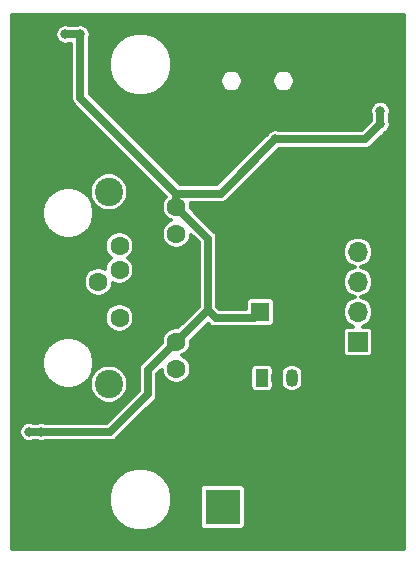
<source format=gbl>
G04 #@! TF.GenerationSoftware,KiCad,Pcbnew,5.0.1+dfsg1-2*
G04 #@! TF.CreationDate,2018-12-02T21:23:52+01:00*
G04 #@! TF.ProjectId,rj45-sk6812-adapter,726A34352D736B363831322D61646170,rev?*
G04 #@! TF.SameCoordinates,Original*
G04 #@! TF.FileFunction,Copper,L2,Bot,Signal*
G04 #@! TF.FilePolarity,Positive*
%FSLAX46Y46*%
G04 Gerber Fmt 4.6, Leading zero omitted, Abs format (unit mm)*
G04 Created by KiCad (PCBNEW 5.0.1+dfsg1-2) date So 02 Dez 2018 21:23:52 CET*
%MOMM*%
%LPD*%
G01*
G04 APERTURE LIST*
G04 #@! TA.AperFunction,ComponentPad*
%ADD10R,1.600000X1.600000*%
G04 #@! TD*
G04 #@! TA.AperFunction,ComponentPad*
%ADD11C,1.600000*%
G04 #@! TD*
G04 #@! TA.AperFunction,ComponentPad*
%ADD12R,1.700000X1.700000*%
G04 #@! TD*
G04 #@! TA.AperFunction,ComponentPad*
%ADD13O,1.700000X1.700000*%
G04 #@! TD*
G04 #@! TA.AperFunction,ComponentPad*
%ADD14C,2.400000*%
G04 #@! TD*
G04 #@! TA.AperFunction,ComponentPad*
%ADD15R,3.000000X3.000000*%
G04 #@! TD*
G04 #@! TA.AperFunction,ComponentPad*
%ADD16C,3.000000*%
G04 #@! TD*
G04 #@! TA.AperFunction,ComponentPad*
%ADD17O,1.050000X1.500000*%
G04 #@! TD*
G04 #@! TA.AperFunction,ComponentPad*
%ADD18R,1.050000X1.500000*%
G04 #@! TD*
G04 #@! TA.AperFunction,ViaPad*
%ADD19C,0.800000*%
G04 #@! TD*
G04 #@! TA.AperFunction,Conductor*
%ADD20C,0.700000*%
G04 #@! TD*
G04 #@! TA.AperFunction,Conductor*
%ADD21C,0.300000*%
G04 #@! TD*
G04 APERTURE END LIST*
D10*
G04 #@! TO.P,C4,1*
G04 #@! TO.N,+5V*
X148590000Y-82550000D03*
D11*
G04 #@! TO.P,C4,2*
G04 #@! TO.N,GND*
X148590000Y-78750000D03*
G04 #@! TD*
D12*
G04 #@! TO.P,J2,1*
G04 #@! TO.N,/DATA1*
X156845000Y-85090000D03*
D13*
G04 #@! TO.P,J2,2*
G04 #@! TO.N,/DATA2*
X156845000Y-82550000D03*
G04 #@! TO.P,J2,3*
G04 #@! TO.N,/DATA3*
X156845000Y-80010000D03*
G04 #@! TO.P,J2,4*
G04 #@! TO.N,/DATA4*
X156845000Y-77470000D03*
G04 #@! TO.P,J2,5*
G04 #@! TO.N,GND*
X156845000Y-74930000D03*
G04 #@! TD*
D11*
G04 #@! TO.P,J1,12*
G04 #@! TO.N,+5V*
X141474000Y-73658000D03*
G04 #@! TO.P,J1,11*
G04 #@! TO.N,Net-(J1-Pad11)*
X141474000Y-75948000D03*
G04 #@! TO.P,J1,10*
G04 #@! TO.N,+5V*
X141474000Y-85088000D03*
G04 #@! TO.P,J1,9*
G04 #@! TO.N,Net-(J1-Pad9)*
X141474000Y-87378000D03*
G04 #@! TO.P,J1,8*
G04 #@! TO.N,/DATA3*
X136654000Y-76958000D03*
G04 #@! TO.P,J1,7*
G04 #@! TO.N,GND*
X134874000Y-77973000D03*
G04 #@! TO.P,J1,6*
G04 #@! TO.N,/DATA2*
X136654000Y-78988000D03*
G04 #@! TO.P,J1,5*
G04 #@! TO.N,/DATA4*
X134874000Y-80003000D03*
G04 #@! TO.P,J1,4*
G04 #@! TO.N,GND*
X136654000Y-81018000D03*
G04 #@! TO.P,J1,3*
X134874000Y-82033000D03*
G04 #@! TO.P,J1,2*
G04 #@! TO.N,/DATA1*
X136654000Y-83048000D03*
G04 #@! TO.P,J1,1*
G04 #@! TO.N,GND*
X134874000Y-84063000D03*
D14*
G04 #@! TO.P,J1,SH2*
G04 #@! TO.N,Net-(J1-PadSH2)*
X135764000Y-72388000D03*
G04 #@! TO.P,J1,SH1*
G04 #@! TO.N,Net-(J1-PadSH1)*
X135764000Y-88648000D03*
G04 #@! TD*
D15*
G04 #@! TO.P,J8,1*
G04 #@! TO.N,Net-(D1-Pad2)*
X145415000Y-99060000D03*
D16*
G04 #@! TO.P,J8,2*
G04 #@! TO.N,GND*
X150495000Y-99060000D03*
G04 #@! TD*
D17*
G04 #@! TO.P,U1,2*
G04 #@! TO.N,GND*
X149987000Y-88138000D03*
G04 #@! TO.P,U1,3*
G04 #@! TO.N,VDC*
X151257000Y-88138000D03*
D18*
G04 #@! TO.P,U1,1*
G04 #@! TO.N,+5V*
X148717000Y-88138000D03*
G04 #@! TD*
D19*
G04 #@! TO.N,GND*
X155702000Y-97155000D03*
X157607000Y-94488000D03*
X155956000Y-89916000D03*
X159131000Y-83820000D03*
X158750000Y-80264000D03*
X157607000Y-69469000D03*
X155067000Y-66675000D03*
X152781000Y-62865000D03*
X143764000Y-62738000D03*
X154432000Y-83058000D03*
X154432000Y-84836000D03*
X138684000Y-76708000D03*
X138430000Y-82296000D03*
X133096000Y-80010000D03*
X143764000Y-89662000D03*
X130810000Y-65532000D03*
X138430000Y-67818000D03*
X146050000Y-69850000D03*
X131064000Y-99568000D03*
X129794000Y-91186000D03*
X132080000Y-91186000D03*
X144018000Y-85852000D03*
X138176000Y-85090000D03*
X157226000Y-60198000D03*
X150368000Y-82042000D03*
X138684000Y-73914000D03*
X143002000Y-76708000D03*
X146812000Y-82042000D03*
X140208000Y-80518000D03*
X154432000Y-80518000D03*
X154432000Y-78522990D03*
X140873458Y-78652777D03*
G04 #@! TO.N,+5V*
X149860000Y-67945000D03*
X158750000Y-66675000D03*
X133350000Y-59055000D03*
X129032004Y-92710000D03*
X158750000Y-65532000D03*
X130048000Y-92710000D03*
X132080000Y-59055000D03*
G04 #@! TD*
D20*
G04 #@! TO.N,+5V*
X141474000Y-73658000D02*
X144145000Y-76329000D01*
X144145000Y-82417000D02*
X141474000Y-85088000D01*
X144145000Y-76329000D02*
X144145000Y-82417000D01*
X133350000Y-59620685D02*
X133350000Y-59055000D01*
X133350000Y-64402630D02*
X133350000Y-59620685D01*
X141474000Y-72526630D02*
X133350000Y-64402630D01*
X141474000Y-73658000D02*
X141474000Y-72526630D01*
X145278370Y-72526630D02*
X149860000Y-67945000D01*
X141474000Y-72526630D02*
X145278370Y-72526630D01*
X157480000Y-67945000D02*
X158750000Y-66675000D01*
X149860000Y-67945000D02*
X157480000Y-67945000D01*
X135890000Y-92710000D02*
X129597689Y-92710000D01*
X129597689Y-92710000D02*
X129032004Y-92710000D01*
X139065000Y-89535000D02*
X135890000Y-92710000D01*
X139065000Y-87497000D02*
X139065000Y-89535000D01*
X141474000Y-85088000D02*
X139065000Y-87497000D01*
X158750000Y-66675000D02*
X158750000Y-65532000D01*
X133350000Y-59055000D02*
X132080000Y-59055000D01*
X148082000Y-83058000D02*
X148590000Y-82550000D01*
X144145000Y-82417000D02*
X144786000Y-83058000D01*
X144786000Y-83058000D02*
X148082000Y-83058000D01*
G04 #@! TD*
D21*
G04 #@! TO.N,GND*
G36*
X160765000Y-102599000D02*
X127525000Y-102599000D01*
X127525000Y-98159073D01*
X135730000Y-98159073D01*
X135730000Y-98690927D01*
X135833760Y-99212561D01*
X136037291Y-99703930D01*
X136332773Y-100146150D01*
X136708850Y-100522227D01*
X137151070Y-100817709D01*
X137642439Y-101021240D01*
X138164073Y-101125000D01*
X138695927Y-101125000D01*
X139217561Y-101021240D01*
X139708930Y-100817709D01*
X140151150Y-100522227D01*
X140527227Y-100146150D01*
X140822709Y-99703930D01*
X141026240Y-99212561D01*
X141130000Y-98690927D01*
X141130000Y-98159073D01*
X141026240Y-97637439D01*
X140994164Y-97560000D01*
X143462823Y-97560000D01*
X143462823Y-100560000D01*
X143471511Y-100648215D01*
X143497243Y-100733041D01*
X143539029Y-100811216D01*
X143595263Y-100879737D01*
X143663784Y-100935971D01*
X143741959Y-100977757D01*
X143826785Y-101003489D01*
X143915000Y-101012177D01*
X146915000Y-101012177D01*
X147003215Y-101003489D01*
X147088041Y-100977757D01*
X147166216Y-100935971D01*
X147234737Y-100879737D01*
X147290971Y-100811216D01*
X147332757Y-100733041D01*
X147358489Y-100648215D01*
X147367177Y-100560000D01*
X147367177Y-97560000D01*
X147358489Y-97471785D01*
X147332757Y-97386959D01*
X147290971Y-97308784D01*
X147234737Y-97240263D01*
X147166216Y-97184029D01*
X147088041Y-97142243D01*
X147003215Y-97116511D01*
X146915000Y-97107823D01*
X143915000Y-97107823D01*
X143826785Y-97116511D01*
X143741959Y-97142243D01*
X143663784Y-97184029D01*
X143595263Y-97240263D01*
X143539029Y-97308784D01*
X143497243Y-97386959D01*
X143471511Y-97471785D01*
X143462823Y-97560000D01*
X140994164Y-97560000D01*
X140822709Y-97146070D01*
X140527227Y-96703850D01*
X140151150Y-96327773D01*
X139708930Y-96032291D01*
X139217561Y-95828760D01*
X138695927Y-95725000D01*
X138164073Y-95725000D01*
X137642439Y-95828760D01*
X137151070Y-96032291D01*
X136708850Y-96327773D01*
X136332773Y-96703850D01*
X136037291Y-97146070D01*
X135833760Y-97637439D01*
X135730000Y-98159073D01*
X127525000Y-98159073D01*
X127525000Y-92626282D01*
X128182004Y-92626282D01*
X128182004Y-92793718D01*
X128214669Y-92957936D01*
X128278744Y-93112626D01*
X128371766Y-93251844D01*
X128490160Y-93370238D01*
X128629378Y-93463260D01*
X128784068Y-93527335D01*
X128948286Y-93560000D01*
X129115722Y-93560000D01*
X129279940Y-93527335D01*
X129321790Y-93510000D01*
X129758214Y-93510000D01*
X129800064Y-93527335D01*
X129964282Y-93560000D01*
X130131718Y-93560000D01*
X130295936Y-93527335D01*
X130337786Y-93510000D01*
X135850709Y-93510000D01*
X135890000Y-93513870D01*
X135929291Y-93510000D01*
X135929293Y-93510000D01*
X136046827Y-93498424D01*
X136197628Y-93452679D01*
X136336606Y-93378393D01*
X136458422Y-93278422D01*
X136483473Y-93247897D01*
X139602902Y-90128469D01*
X139633422Y-90103422D01*
X139658469Y-90072902D01*
X139733393Y-89981607D01*
X139807679Y-89842628D01*
X139851001Y-89699814D01*
X139853424Y-89691827D01*
X139865000Y-89574293D01*
X139865000Y-89574292D01*
X139868870Y-89535001D01*
X139865000Y-89495710D01*
X139865000Y-87828370D01*
X140224000Y-87469370D01*
X140224000Y-87501114D01*
X140272037Y-87742611D01*
X140366265Y-87970097D01*
X140503062Y-88174828D01*
X140677172Y-88348938D01*
X140881903Y-88485735D01*
X141109389Y-88579963D01*
X141350886Y-88628000D01*
X141597114Y-88628000D01*
X141838611Y-88579963D01*
X142066097Y-88485735D01*
X142270828Y-88348938D01*
X142444938Y-88174828D01*
X142581735Y-87970097D01*
X142675963Y-87742611D01*
X142724000Y-87501114D01*
X142724000Y-87388000D01*
X147739823Y-87388000D01*
X147739823Y-88888000D01*
X147748511Y-88976215D01*
X147774243Y-89061041D01*
X147816029Y-89139216D01*
X147872263Y-89207737D01*
X147940784Y-89263971D01*
X148018959Y-89305757D01*
X148103785Y-89331489D01*
X148192000Y-89340177D01*
X149242000Y-89340177D01*
X149330215Y-89331489D01*
X149415041Y-89305757D01*
X149493216Y-89263971D01*
X149561737Y-89207737D01*
X149617971Y-89139216D01*
X149659757Y-89061041D01*
X149685489Y-88976215D01*
X149694177Y-88888000D01*
X149694177Y-87865109D01*
X150282000Y-87865109D01*
X150282000Y-88410892D01*
X150296108Y-88554133D01*
X150351860Y-88737921D01*
X150442396Y-88907302D01*
X150564236Y-89055765D01*
X150712699Y-89177605D01*
X150882080Y-89268140D01*
X151065868Y-89323892D01*
X151257000Y-89342717D01*
X151448133Y-89323892D01*
X151631921Y-89268140D01*
X151801302Y-89177605D01*
X151949765Y-89055765D01*
X152071605Y-88907302D01*
X152162140Y-88737921D01*
X152217892Y-88554132D01*
X152232000Y-88410891D01*
X152232000Y-87865108D01*
X152217892Y-87721867D01*
X152162140Y-87538079D01*
X152071605Y-87368698D01*
X151949765Y-87220235D01*
X151801302Y-87098395D01*
X151631920Y-87007860D01*
X151448132Y-86952108D01*
X151257000Y-86933283D01*
X151065867Y-86952108D01*
X150882079Y-87007860D01*
X150712698Y-87098395D01*
X150564235Y-87220235D01*
X150442395Y-87368698D01*
X150351860Y-87538080D01*
X150296108Y-87721868D01*
X150282000Y-87865109D01*
X149694177Y-87865109D01*
X149694177Y-87388000D01*
X149685489Y-87299785D01*
X149659757Y-87214959D01*
X149617971Y-87136784D01*
X149561737Y-87068263D01*
X149493216Y-87012029D01*
X149415041Y-86970243D01*
X149330215Y-86944511D01*
X149242000Y-86935823D01*
X148192000Y-86935823D01*
X148103785Y-86944511D01*
X148018959Y-86970243D01*
X147940784Y-87012029D01*
X147872263Y-87068263D01*
X147816029Y-87136784D01*
X147774243Y-87214959D01*
X147748511Y-87299785D01*
X147739823Y-87388000D01*
X142724000Y-87388000D01*
X142724000Y-87254886D01*
X142675963Y-87013389D01*
X142581735Y-86785903D01*
X142444938Y-86581172D01*
X142270828Y-86407062D01*
X142066097Y-86270265D01*
X141976132Y-86233000D01*
X142066097Y-86195735D01*
X142270828Y-86058938D01*
X142444938Y-85884828D01*
X142581735Y-85680097D01*
X142675963Y-85452611D01*
X142724000Y-85211114D01*
X142724000Y-84969370D01*
X144145000Y-83548371D01*
X144192531Y-83595902D01*
X144217578Y-83626422D01*
X144248098Y-83651469D01*
X144339393Y-83726393D01*
X144470574Y-83796511D01*
X144478372Y-83800679D01*
X144629173Y-83846424D01*
X144746707Y-83858000D01*
X144746709Y-83858000D01*
X144786000Y-83861870D01*
X144825291Y-83858000D01*
X148042709Y-83858000D01*
X148082000Y-83861870D01*
X148121291Y-83858000D01*
X148121293Y-83858000D01*
X148238827Y-83846424D01*
X148384690Y-83802177D01*
X149390000Y-83802177D01*
X149478215Y-83793489D01*
X149563041Y-83767757D01*
X149641216Y-83725971D01*
X149709737Y-83669737D01*
X149765971Y-83601216D01*
X149807757Y-83523041D01*
X149833489Y-83438215D01*
X149842177Y-83350000D01*
X149842177Y-81750000D01*
X149833489Y-81661785D01*
X149807757Y-81576959D01*
X149765971Y-81498784D01*
X149709737Y-81430263D01*
X149641216Y-81374029D01*
X149563041Y-81332243D01*
X149478215Y-81306511D01*
X149390000Y-81297823D01*
X147790000Y-81297823D01*
X147701785Y-81306511D01*
X147616959Y-81332243D01*
X147538784Y-81374029D01*
X147470263Y-81430263D01*
X147414029Y-81498784D01*
X147372243Y-81576959D01*
X147346511Y-81661785D01*
X147337823Y-81750000D01*
X147337823Y-82258000D01*
X145117371Y-82258000D01*
X144945000Y-82085630D01*
X144945000Y-77470000D01*
X155538710Y-77470000D01*
X155563810Y-77724845D01*
X155638145Y-77969896D01*
X155758860Y-78195736D01*
X155921313Y-78393687D01*
X156119264Y-78556140D01*
X156345104Y-78676855D01*
X156553266Y-78740000D01*
X156345104Y-78803145D01*
X156119264Y-78923860D01*
X155921313Y-79086313D01*
X155758860Y-79284264D01*
X155638145Y-79510104D01*
X155563810Y-79755155D01*
X155538710Y-80010000D01*
X155563810Y-80264845D01*
X155638145Y-80509896D01*
X155758860Y-80735736D01*
X155921313Y-80933687D01*
X156119264Y-81096140D01*
X156345104Y-81216855D01*
X156553266Y-81280000D01*
X156345104Y-81343145D01*
X156119264Y-81463860D01*
X155921313Y-81626313D01*
X155758860Y-81824264D01*
X155638145Y-82050104D01*
X155563810Y-82295155D01*
X155538710Y-82550000D01*
X155563810Y-82804845D01*
X155638145Y-83049896D01*
X155758860Y-83275736D01*
X155921313Y-83473687D01*
X156119264Y-83636140D01*
X156345104Y-83756855D01*
X156447192Y-83787823D01*
X155995000Y-83787823D01*
X155906785Y-83796511D01*
X155821959Y-83822243D01*
X155743784Y-83864029D01*
X155675263Y-83920263D01*
X155619029Y-83988784D01*
X155577243Y-84066959D01*
X155551511Y-84151785D01*
X155542823Y-84240000D01*
X155542823Y-85940000D01*
X155551511Y-86028215D01*
X155577243Y-86113041D01*
X155619029Y-86191216D01*
X155675263Y-86259737D01*
X155743784Y-86315971D01*
X155821959Y-86357757D01*
X155906785Y-86383489D01*
X155995000Y-86392177D01*
X157695000Y-86392177D01*
X157783215Y-86383489D01*
X157868041Y-86357757D01*
X157946216Y-86315971D01*
X158014737Y-86259737D01*
X158070971Y-86191216D01*
X158112757Y-86113041D01*
X158138489Y-86028215D01*
X158147177Y-85940000D01*
X158147177Y-84240000D01*
X158138489Y-84151785D01*
X158112757Y-84066959D01*
X158070971Y-83988784D01*
X158014737Y-83920263D01*
X157946216Y-83864029D01*
X157868041Y-83822243D01*
X157783215Y-83796511D01*
X157695000Y-83787823D01*
X157242808Y-83787823D01*
X157344896Y-83756855D01*
X157570736Y-83636140D01*
X157768687Y-83473687D01*
X157931140Y-83275736D01*
X158051855Y-83049896D01*
X158126190Y-82804845D01*
X158151290Y-82550000D01*
X158126190Y-82295155D01*
X158051855Y-82050104D01*
X157931140Y-81824264D01*
X157768687Y-81626313D01*
X157570736Y-81463860D01*
X157344896Y-81343145D01*
X157136734Y-81280000D01*
X157344896Y-81216855D01*
X157570736Y-81096140D01*
X157768687Y-80933687D01*
X157931140Y-80735736D01*
X158051855Y-80509896D01*
X158126190Y-80264845D01*
X158151290Y-80010000D01*
X158126190Y-79755155D01*
X158051855Y-79510104D01*
X157931140Y-79284264D01*
X157768687Y-79086313D01*
X157570736Y-78923860D01*
X157344896Y-78803145D01*
X157136734Y-78740000D01*
X157344896Y-78676855D01*
X157570736Y-78556140D01*
X157768687Y-78393687D01*
X157931140Y-78195736D01*
X158051855Y-77969896D01*
X158126190Y-77724845D01*
X158151290Y-77470000D01*
X158126190Y-77215155D01*
X158051855Y-76970104D01*
X157931140Y-76744264D01*
X157768687Y-76546313D01*
X157570736Y-76383860D01*
X157344896Y-76263145D01*
X157099845Y-76188810D01*
X156908864Y-76170000D01*
X156781136Y-76170000D01*
X156590155Y-76188810D01*
X156345104Y-76263145D01*
X156119264Y-76383860D01*
X155921313Y-76546313D01*
X155758860Y-76744264D01*
X155638145Y-76970104D01*
X155563810Y-77215155D01*
X155538710Y-77470000D01*
X144945000Y-77470000D01*
X144945000Y-76368282D01*
X144948869Y-76328999D01*
X144945000Y-76289716D01*
X144945000Y-76289707D01*
X144933424Y-76172173D01*
X144887679Y-76021372D01*
X144813394Y-75882395D01*
X144813393Y-75882393D01*
X144738469Y-75791098D01*
X144713422Y-75760578D01*
X144682904Y-75735533D01*
X142724000Y-73776630D01*
X142724000Y-73534886D01*
X142682575Y-73326630D01*
X145239079Y-73326630D01*
X145278370Y-73330500D01*
X145317661Y-73326630D01*
X145317663Y-73326630D01*
X145435197Y-73315054D01*
X145585998Y-73269309D01*
X145724976Y-73195023D01*
X145846792Y-73095052D01*
X145871843Y-73064527D01*
X150191371Y-68745000D01*
X157440709Y-68745000D01*
X157480000Y-68748870D01*
X157519291Y-68745000D01*
X157519293Y-68745000D01*
X157636827Y-68733424D01*
X157787628Y-68687679D01*
X157926606Y-68613393D01*
X158048422Y-68513422D01*
X158073473Y-68482897D01*
X159110776Y-67445595D01*
X159152626Y-67428260D01*
X159291844Y-67335238D01*
X159410238Y-67216844D01*
X159503260Y-67077626D01*
X159567335Y-66922936D01*
X159600000Y-66758718D01*
X159600000Y-66591282D01*
X159567335Y-66427064D01*
X159550000Y-66385214D01*
X159550000Y-65821786D01*
X159567335Y-65779936D01*
X159600000Y-65615718D01*
X159600000Y-65448282D01*
X159567335Y-65284064D01*
X159503260Y-65129374D01*
X159410238Y-64990156D01*
X159291844Y-64871762D01*
X159152626Y-64778740D01*
X158997936Y-64714665D01*
X158833718Y-64682000D01*
X158666282Y-64682000D01*
X158502064Y-64714665D01*
X158347374Y-64778740D01*
X158208156Y-64871762D01*
X158089762Y-64990156D01*
X157996740Y-65129374D01*
X157932665Y-65284064D01*
X157900000Y-65448282D01*
X157900000Y-65615718D01*
X157932665Y-65779936D01*
X157950001Y-65821788D01*
X157950000Y-66343629D01*
X157148630Y-67145000D01*
X150149786Y-67145000D01*
X150107936Y-67127665D01*
X149943718Y-67095000D01*
X149776282Y-67095000D01*
X149612064Y-67127665D01*
X149457374Y-67191740D01*
X149318156Y-67284762D01*
X149199762Y-67403156D01*
X149106740Y-67542374D01*
X149089405Y-67584224D01*
X144947000Y-71726630D01*
X141805371Y-71726630D01*
X134150000Y-64071260D01*
X134150000Y-61329073D01*
X135730000Y-61329073D01*
X135730000Y-61860927D01*
X135833760Y-62382561D01*
X136037291Y-62873930D01*
X136332773Y-63316150D01*
X136708850Y-63692227D01*
X137151070Y-63987709D01*
X137642439Y-64191240D01*
X138164073Y-64295000D01*
X138695927Y-64295000D01*
X139217561Y-64191240D01*
X139708930Y-63987709D01*
X140151150Y-63692227D01*
X140527227Y-63316150D01*
X140806336Y-62898433D01*
X145186000Y-62898433D01*
X145186000Y-63085567D01*
X145222508Y-63269105D01*
X145294121Y-63441994D01*
X145398087Y-63597590D01*
X145530410Y-63729913D01*
X145686006Y-63833879D01*
X145858895Y-63905492D01*
X146042433Y-63942000D01*
X146229567Y-63942000D01*
X146413105Y-63905492D01*
X146585994Y-63833879D01*
X146741590Y-63729913D01*
X146873913Y-63597590D01*
X146977879Y-63441994D01*
X147049492Y-63269105D01*
X147086000Y-63085567D01*
X147086000Y-62898433D01*
X149586000Y-62898433D01*
X149586000Y-63085567D01*
X149622508Y-63269105D01*
X149694121Y-63441994D01*
X149798087Y-63597590D01*
X149930410Y-63729913D01*
X150086006Y-63833879D01*
X150258895Y-63905492D01*
X150442433Y-63942000D01*
X150629567Y-63942000D01*
X150813105Y-63905492D01*
X150985994Y-63833879D01*
X151141590Y-63729913D01*
X151273913Y-63597590D01*
X151377879Y-63441994D01*
X151449492Y-63269105D01*
X151486000Y-63085567D01*
X151486000Y-62898433D01*
X151449492Y-62714895D01*
X151377879Y-62542006D01*
X151273913Y-62386410D01*
X151141590Y-62254087D01*
X150985994Y-62150121D01*
X150813105Y-62078508D01*
X150629567Y-62042000D01*
X150442433Y-62042000D01*
X150258895Y-62078508D01*
X150086006Y-62150121D01*
X149930410Y-62254087D01*
X149798087Y-62386410D01*
X149694121Y-62542006D01*
X149622508Y-62714895D01*
X149586000Y-62898433D01*
X147086000Y-62898433D01*
X147049492Y-62714895D01*
X146977879Y-62542006D01*
X146873913Y-62386410D01*
X146741590Y-62254087D01*
X146585994Y-62150121D01*
X146413105Y-62078508D01*
X146229567Y-62042000D01*
X146042433Y-62042000D01*
X145858895Y-62078508D01*
X145686006Y-62150121D01*
X145530410Y-62254087D01*
X145398087Y-62386410D01*
X145294121Y-62542006D01*
X145222508Y-62714895D01*
X145186000Y-62898433D01*
X140806336Y-62898433D01*
X140822709Y-62873930D01*
X141026240Y-62382561D01*
X141130000Y-61860927D01*
X141130000Y-61329073D01*
X141026240Y-60807439D01*
X140822709Y-60316070D01*
X140527227Y-59873850D01*
X140151150Y-59497773D01*
X139708930Y-59202291D01*
X139217561Y-58998760D01*
X138695927Y-58895000D01*
X138164073Y-58895000D01*
X137642439Y-58998760D01*
X137151070Y-59202291D01*
X136708850Y-59497773D01*
X136332773Y-59873850D01*
X136037291Y-60316070D01*
X135833760Y-60807439D01*
X135730000Y-61329073D01*
X134150000Y-61329073D01*
X134150000Y-59344786D01*
X134167335Y-59302936D01*
X134200000Y-59138718D01*
X134200000Y-58971282D01*
X134167335Y-58807064D01*
X134103260Y-58652374D01*
X134010238Y-58513156D01*
X133891844Y-58394762D01*
X133752626Y-58301740D01*
X133597936Y-58237665D01*
X133433718Y-58205000D01*
X133266282Y-58205000D01*
X133102064Y-58237665D01*
X133060214Y-58255000D01*
X132369786Y-58255000D01*
X132327936Y-58237665D01*
X132163718Y-58205000D01*
X131996282Y-58205000D01*
X131832064Y-58237665D01*
X131677374Y-58301740D01*
X131538156Y-58394762D01*
X131419762Y-58513156D01*
X131326740Y-58652374D01*
X131262665Y-58807064D01*
X131230000Y-58971282D01*
X131230000Y-59138718D01*
X131262665Y-59302936D01*
X131326740Y-59457626D01*
X131419762Y-59596844D01*
X131538156Y-59715238D01*
X131677374Y-59808260D01*
X131832064Y-59872335D01*
X131996282Y-59905000D01*
X132163718Y-59905000D01*
X132327936Y-59872335D01*
X132369786Y-59855000D01*
X132550001Y-59855000D01*
X132550000Y-64363339D01*
X132546130Y-64402630D01*
X132550000Y-64441921D01*
X132550000Y-64441922D01*
X132561576Y-64559456D01*
X132598749Y-64682000D01*
X132607321Y-64710257D01*
X132681607Y-64849236D01*
X132700094Y-64871762D01*
X132781578Y-64971052D01*
X132812103Y-64996103D01*
X140590117Y-72774117D01*
X140503062Y-72861172D01*
X140366265Y-73065903D01*
X140272037Y-73293389D01*
X140224000Y-73534886D01*
X140224000Y-73781114D01*
X140272037Y-74022611D01*
X140366265Y-74250097D01*
X140503062Y-74454828D01*
X140677172Y-74628938D01*
X140881903Y-74765735D01*
X140971868Y-74803000D01*
X140881903Y-74840265D01*
X140677172Y-74977062D01*
X140503062Y-75151172D01*
X140366265Y-75355903D01*
X140272037Y-75583389D01*
X140224000Y-75824886D01*
X140224000Y-76071114D01*
X140272037Y-76312611D01*
X140366265Y-76540097D01*
X140503062Y-76744828D01*
X140677172Y-76918938D01*
X140881903Y-77055735D01*
X141109389Y-77149963D01*
X141350886Y-77198000D01*
X141597114Y-77198000D01*
X141838611Y-77149963D01*
X142066097Y-77055735D01*
X142270828Y-76918938D01*
X142444938Y-76744828D01*
X142581735Y-76540097D01*
X142675963Y-76312611D01*
X142724000Y-76071114D01*
X142724000Y-76039371D01*
X143345000Y-76660371D01*
X143345001Y-82085628D01*
X141592630Y-83838000D01*
X141350886Y-83838000D01*
X141109389Y-83886037D01*
X140881903Y-83980265D01*
X140677172Y-84117062D01*
X140503062Y-84291172D01*
X140366265Y-84495903D01*
X140272037Y-84723389D01*
X140224000Y-84964886D01*
X140224000Y-85206629D01*
X138527103Y-86903527D01*
X138496578Y-86928578D01*
X138462385Y-86970243D01*
X138396607Y-87050394D01*
X138324237Y-87185789D01*
X138322321Y-87189373D01*
X138276576Y-87340174D01*
X138273767Y-87368698D01*
X138261130Y-87497000D01*
X138265000Y-87536291D01*
X138265001Y-89203628D01*
X135558630Y-91910000D01*
X130337786Y-91910000D01*
X130295936Y-91892665D01*
X130131718Y-91860000D01*
X129964282Y-91860000D01*
X129800064Y-91892665D01*
X129758214Y-91910000D01*
X129321790Y-91910000D01*
X129279940Y-91892665D01*
X129115722Y-91860000D01*
X128948286Y-91860000D01*
X128784068Y-91892665D01*
X128629378Y-91956740D01*
X128490160Y-92049762D01*
X128371766Y-92168156D01*
X128278744Y-92307374D01*
X128214669Y-92462064D01*
X128182004Y-92626282D01*
X127525000Y-92626282D01*
X127525000Y-86651319D01*
X130134000Y-86651319D01*
X130134000Y-87084681D01*
X130218545Y-87509716D01*
X130384385Y-87910091D01*
X130625148Y-88270418D01*
X130931582Y-88576852D01*
X131291909Y-88817615D01*
X131692284Y-88983455D01*
X132117319Y-89068000D01*
X132550681Y-89068000D01*
X132975716Y-88983455D01*
X133376091Y-88817615D01*
X133736418Y-88576852D01*
X133827781Y-88485489D01*
X134114000Y-88485489D01*
X134114000Y-88810511D01*
X134177408Y-89129287D01*
X134301789Y-89429568D01*
X134482361Y-89699814D01*
X134712186Y-89929639D01*
X134982432Y-90110211D01*
X135282713Y-90234592D01*
X135601489Y-90298000D01*
X135926511Y-90298000D01*
X136245287Y-90234592D01*
X136545568Y-90110211D01*
X136815814Y-89929639D01*
X137045639Y-89699814D01*
X137226211Y-89429568D01*
X137350592Y-89129287D01*
X137414000Y-88810511D01*
X137414000Y-88485489D01*
X137350592Y-88166713D01*
X137226211Y-87866432D01*
X137045639Y-87596186D01*
X136815814Y-87366361D01*
X136545568Y-87185789D01*
X136245287Y-87061408D01*
X135926511Y-86998000D01*
X135601489Y-86998000D01*
X135282713Y-87061408D01*
X134982432Y-87185789D01*
X134712186Y-87366361D01*
X134482361Y-87596186D01*
X134301789Y-87866432D01*
X134177408Y-88166713D01*
X134114000Y-88485489D01*
X133827781Y-88485489D01*
X134042852Y-88270418D01*
X134283615Y-87910091D01*
X134449455Y-87509716D01*
X134534000Y-87084681D01*
X134534000Y-86651319D01*
X134449455Y-86226284D01*
X134283615Y-85825909D01*
X134042852Y-85465582D01*
X133736418Y-85159148D01*
X133376091Y-84918385D01*
X132975716Y-84752545D01*
X132550681Y-84668000D01*
X132117319Y-84668000D01*
X131692284Y-84752545D01*
X131291909Y-84918385D01*
X130931582Y-85159148D01*
X130625148Y-85465582D01*
X130384385Y-85825909D01*
X130218545Y-86226284D01*
X130134000Y-86651319D01*
X127525000Y-86651319D01*
X127525000Y-82924886D01*
X135404000Y-82924886D01*
X135404000Y-83171114D01*
X135452037Y-83412611D01*
X135546265Y-83640097D01*
X135683062Y-83844828D01*
X135857172Y-84018938D01*
X136061903Y-84155735D01*
X136289389Y-84249963D01*
X136530886Y-84298000D01*
X136777114Y-84298000D01*
X137018611Y-84249963D01*
X137246097Y-84155735D01*
X137450828Y-84018938D01*
X137624938Y-83844828D01*
X137761735Y-83640097D01*
X137855963Y-83412611D01*
X137904000Y-83171114D01*
X137904000Y-82924886D01*
X137855963Y-82683389D01*
X137761735Y-82455903D01*
X137624938Y-82251172D01*
X137450828Y-82077062D01*
X137246097Y-81940265D01*
X137018611Y-81846037D01*
X136777114Y-81798000D01*
X136530886Y-81798000D01*
X136289389Y-81846037D01*
X136061903Y-81940265D01*
X135857172Y-82077062D01*
X135683062Y-82251172D01*
X135546265Y-82455903D01*
X135452037Y-82683389D01*
X135404000Y-82924886D01*
X127525000Y-82924886D01*
X127525000Y-79879886D01*
X133624000Y-79879886D01*
X133624000Y-80126114D01*
X133672037Y-80367611D01*
X133766265Y-80595097D01*
X133903062Y-80799828D01*
X134077172Y-80973938D01*
X134281903Y-81110735D01*
X134509389Y-81204963D01*
X134750886Y-81253000D01*
X134997114Y-81253000D01*
X135238611Y-81204963D01*
X135466097Y-81110735D01*
X135670828Y-80973938D01*
X135844938Y-80799828D01*
X135981735Y-80595097D01*
X136075963Y-80367611D01*
X136124000Y-80126114D01*
X136124000Y-80121456D01*
X136289389Y-80189963D01*
X136530886Y-80238000D01*
X136777114Y-80238000D01*
X137018611Y-80189963D01*
X137246097Y-80095735D01*
X137450828Y-79958938D01*
X137624938Y-79784828D01*
X137761735Y-79580097D01*
X137855963Y-79352611D01*
X137904000Y-79111114D01*
X137904000Y-78864886D01*
X137855963Y-78623389D01*
X137761735Y-78395903D01*
X137624938Y-78191172D01*
X137450828Y-78017062D01*
X137384885Y-77973000D01*
X137450828Y-77928938D01*
X137624938Y-77754828D01*
X137761735Y-77550097D01*
X137855963Y-77322611D01*
X137904000Y-77081114D01*
X137904000Y-76834886D01*
X137855963Y-76593389D01*
X137761735Y-76365903D01*
X137624938Y-76161172D01*
X137450828Y-75987062D01*
X137246097Y-75850265D01*
X137018611Y-75756037D01*
X136777114Y-75708000D01*
X136530886Y-75708000D01*
X136289389Y-75756037D01*
X136061903Y-75850265D01*
X135857172Y-75987062D01*
X135683062Y-76161172D01*
X135546265Y-76365903D01*
X135452037Y-76593389D01*
X135404000Y-76834886D01*
X135404000Y-77081114D01*
X135452037Y-77322611D01*
X135546265Y-77550097D01*
X135683062Y-77754828D01*
X135857172Y-77928938D01*
X135923115Y-77973000D01*
X135857172Y-78017062D01*
X135683062Y-78191172D01*
X135546265Y-78395903D01*
X135452037Y-78623389D01*
X135404000Y-78864886D01*
X135404000Y-78869544D01*
X135238611Y-78801037D01*
X134997114Y-78753000D01*
X134750886Y-78753000D01*
X134509389Y-78801037D01*
X134281903Y-78895265D01*
X134077172Y-79032062D01*
X133903062Y-79206172D01*
X133766265Y-79410903D01*
X133672037Y-79638389D01*
X133624000Y-79879886D01*
X127525000Y-79879886D01*
X127525000Y-73951319D01*
X130134000Y-73951319D01*
X130134000Y-74384681D01*
X130218545Y-74809716D01*
X130384385Y-75210091D01*
X130625148Y-75570418D01*
X130931582Y-75876852D01*
X131291909Y-76117615D01*
X131692284Y-76283455D01*
X132117319Y-76368000D01*
X132550681Y-76368000D01*
X132975716Y-76283455D01*
X133376091Y-76117615D01*
X133736418Y-75876852D01*
X134042852Y-75570418D01*
X134283615Y-75210091D01*
X134449455Y-74809716D01*
X134534000Y-74384681D01*
X134534000Y-73951319D01*
X134449455Y-73526284D01*
X134283615Y-73125909D01*
X134042852Y-72765582D01*
X133736418Y-72459148D01*
X133386723Y-72225489D01*
X134114000Y-72225489D01*
X134114000Y-72550511D01*
X134177408Y-72869287D01*
X134301789Y-73169568D01*
X134482361Y-73439814D01*
X134712186Y-73669639D01*
X134982432Y-73850211D01*
X135282713Y-73974592D01*
X135601489Y-74038000D01*
X135926511Y-74038000D01*
X136245287Y-73974592D01*
X136545568Y-73850211D01*
X136815814Y-73669639D01*
X137045639Y-73439814D01*
X137226211Y-73169568D01*
X137350592Y-72869287D01*
X137414000Y-72550511D01*
X137414000Y-72225489D01*
X137350592Y-71906713D01*
X137226211Y-71606432D01*
X137045639Y-71336186D01*
X136815814Y-71106361D01*
X136545568Y-70925789D01*
X136245287Y-70801408D01*
X135926511Y-70738000D01*
X135601489Y-70738000D01*
X135282713Y-70801408D01*
X134982432Y-70925789D01*
X134712186Y-71106361D01*
X134482361Y-71336186D01*
X134301789Y-71606432D01*
X134177408Y-71906713D01*
X134114000Y-72225489D01*
X133386723Y-72225489D01*
X133376091Y-72218385D01*
X132975716Y-72052545D01*
X132550681Y-71968000D01*
X132117319Y-71968000D01*
X131692284Y-72052545D01*
X131291909Y-72218385D01*
X130931582Y-72459148D01*
X130625148Y-72765582D01*
X130384385Y-73125909D01*
X130218545Y-73526284D01*
X130134000Y-73951319D01*
X127525000Y-73951319D01*
X127525000Y-57421000D01*
X160765001Y-57421000D01*
X160765000Y-102599000D01*
X160765000Y-102599000D01*
G37*
X160765000Y-102599000D02*
X127525000Y-102599000D01*
X127525000Y-98159073D01*
X135730000Y-98159073D01*
X135730000Y-98690927D01*
X135833760Y-99212561D01*
X136037291Y-99703930D01*
X136332773Y-100146150D01*
X136708850Y-100522227D01*
X137151070Y-100817709D01*
X137642439Y-101021240D01*
X138164073Y-101125000D01*
X138695927Y-101125000D01*
X139217561Y-101021240D01*
X139708930Y-100817709D01*
X140151150Y-100522227D01*
X140527227Y-100146150D01*
X140822709Y-99703930D01*
X141026240Y-99212561D01*
X141130000Y-98690927D01*
X141130000Y-98159073D01*
X141026240Y-97637439D01*
X140994164Y-97560000D01*
X143462823Y-97560000D01*
X143462823Y-100560000D01*
X143471511Y-100648215D01*
X143497243Y-100733041D01*
X143539029Y-100811216D01*
X143595263Y-100879737D01*
X143663784Y-100935971D01*
X143741959Y-100977757D01*
X143826785Y-101003489D01*
X143915000Y-101012177D01*
X146915000Y-101012177D01*
X147003215Y-101003489D01*
X147088041Y-100977757D01*
X147166216Y-100935971D01*
X147234737Y-100879737D01*
X147290971Y-100811216D01*
X147332757Y-100733041D01*
X147358489Y-100648215D01*
X147367177Y-100560000D01*
X147367177Y-97560000D01*
X147358489Y-97471785D01*
X147332757Y-97386959D01*
X147290971Y-97308784D01*
X147234737Y-97240263D01*
X147166216Y-97184029D01*
X147088041Y-97142243D01*
X147003215Y-97116511D01*
X146915000Y-97107823D01*
X143915000Y-97107823D01*
X143826785Y-97116511D01*
X143741959Y-97142243D01*
X143663784Y-97184029D01*
X143595263Y-97240263D01*
X143539029Y-97308784D01*
X143497243Y-97386959D01*
X143471511Y-97471785D01*
X143462823Y-97560000D01*
X140994164Y-97560000D01*
X140822709Y-97146070D01*
X140527227Y-96703850D01*
X140151150Y-96327773D01*
X139708930Y-96032291D01*
X139217561Y-95828760D01*
X138695927Y-95725000D01*
X138164073Y-95725000D01*
X137642439Y-95828760D01*
X137151070Y-96032291D01*
X136708850Y-96327773D01*
X136332773Y-96703850D01*
X136037291Y-97146070D01*
X135833760Y-97637439D01*
X135730000Y-98159073D01*
X127525000Y-98159073D01*
X127525000Y-92626282D01*
X128182004Y-92626282D01*
X128182004Y-92793718D01*
X128214669Y-92957936D01*
X128278744Y-93112626D01*
X128371766Y-93251844D01*
X128490160Y-93370238D01*
X128629378Y-93463260D01*
X128784068Y-93527335D01*
X128948286Y-93560000D01*
X129115722Y-93560000D01*
X129279940Y-93527335D01*
X129321790Y-93510000D01*
X129758214Y-93510000D01*
X129800064Y-93527335D01*
X129964282Y-93560000D01*
X130131718Y-93560000D01*
X130295936Y-93527335D01*
X130337786Y-93510000D01*
X135850709Y-93510000D01*
X135890000Y-93513870D01*
X135929291Y-93510000D01*
X135929293Y-93510000D01*
X136046827Y-93498424D01*
X136197628Y-93452679D01*
X136336606Y-93378393D01*
X136458422Y-93278422D01*
X136483473Y-93247897D01*
X139602902Y-90128469D01*
X139633422Y-90103422D01*
X139658469Y-90072902D01*
X139733393Y-89981607D01*
X139807679Y-89842628D01*
X139851001Y-89699814D01*
X139853424Y-89691827D01*
X139865000Y-89574293D01*
X139865000Y-89574292D01*
X139868870Y-89535001D01*
X139865000Y-89495710D01*
X139865000Y-87828370D01*
X140224000Y-87469370D01*
X140224000Y-87501114D01*
X140272037Y-87742611D01*
X140366265Y-87970097D01*
X140503062Y-88174828D01*
X140677172Y-88348938D01*
X140881903Y-88485735D01*
X141109389Y-88579963D01*
X141350886Y-88628000D01*
X141597114Y-88628000D01*
X141838611Y-88579963D01*
X142066097Y-88485735D01*
X142270828Y-88348938D01*
X142444938Y-88174828D01*
X142581735Y-87970097D01*
X142675963Y-87742611D01*
X142724000Y-87501114D01*
X142724000Y-87388000D01*
X147739823Y-87388000D01*
X147739823Y-88888000D01*
X147748511Y-88976215D01*
X147774243Y-89061041D01*
X147816029Y-89139216D01*
X147872263Y-89207737D01*
X147940784Y-89263971D01*
X148018959Y-89305757D01*
X148103785Y-89331489D01*
X148192000Y-89340177D01*
X149242000Y-89340177D01*
X149330215Y-89331489D01*
X149415041Y-89305757D01*
X149493216Y-89263971D01*
X149561737Y-89207737D01*
X149617971Y-89139216D01*
X149659757Y-89061041D01*
X149685489Y-88976215D01*
X149694177Y-88888000D01*
X149694177Y-87865109D01*
X150282000Y-87865109D01*
X150282000Y-88410892D01*
X150296108Y-88554133D01*
X150351860Y-88737921D01*
X150442396Y-88907302D01*
X150564236Y-89055765D01*
X150712699Y-89177605D01*
X150882080Y-89268140D01*
X151065868Y-89323892D01*
X151257000Y-89342717D01*
X151448133Y-89323892D01*
X151631921Y-89268140D01*
X151801302Y-89177605D01*
X151949765Y-89055765D01*
X152071605Y-88907302D01*
X152162140Y-88737921D01*
X152217892Y-88554132D01*
X152232000Y-88410891D01*
X152232000Y-87865108D01*
X152217892Y-87721867D01*
X152162140Y-87538079D01*
X152071605Y-87368698D01*
X151949765Y-87220235D01*
X151801302Y-87098395D01*
X151631920Y-87007860D01*
X151448132Y-86952108D01*
X151257000Y-86933283D01*
X151065867Y-86952108D01*
X150882079Y-87007860D01*
X150712698Y-87098395D01*
X150564235Y-87220235D01*
X150442395Y-87368698D01*
X150351860Y-87538080D01*
X150296108Y-87721868D01*
X150282000Y-87865109D01*
X149694177Y-87865109D01*
X149694177Y-87388000D01*
X149685489Y-87299785D01*
X149659757Y-87214959D01*
X149617971Y-87136784D01*
X149561737Y-87068263D01*
X149493216Y-87012029D01*
X149415041Y-86970243D01*
X149330215Y-86944511D01*
X149242000Y-86935823D01*
X148192000Y-86935823D01*
X148103785Y-86944511D01*
X148018959Y-86970243D01*
X147940784Y-87012029D01*
X147872263Y-87068263D01*
X147816029Y-87136784D01*
X147774243Y-87214959D01*
X147748511Y-87299785D01*
X147739823Y-87388000D01*
X142724000Y-87388000D01*
X142724000Y-87254886D01*
X142675963Y-87013389D01*
X142581735Y-86785903D01*
X142444938Y-86581172D01*
X142270828Y-86407062D01*
X142066097Y-86270265D01*
X141976132Y-86233000D01*
X142066097Y-86195735D01*
X142270828Y-86058938D01*
X142444938Y-85884828D01*
X142581735Y-85680097D01*
X142675963Y-85452611D01*
X142724000Y-85211114D01*
X142724000Y-84969370D01*
X144145000Y-83548371D01*
X144192531Y-83595902D01*
X144217578Y-83626422D01*
X144248098Y-83651469D01*
X144339393Y-83726393D01*
X144470574Y-83796511D01*
X144478372Y-83800679D01*
X144629173Y-83846424D01*
X144746707Y-83858000D01*
X144746709Y-83858000D01*
X144786000Y-83861870D01*
X144825291Y-83858000D01*
X148042709Y-83858000D01*
X148082000Y-83861870D01*
X148121291Y-83858000D01*
X148121293Y-83858000D01*
X148238827Y-83846424D01*
X148384690Y-83802177D01*
X149390000Y-83802177D01*
X149478215Y-83793489D01*
X149563041Y-83767757D01*
X149641216Y-83725971D01*
X149709737Y-83669737D01*
X149765971Y-83601216D01*
X149807757Y-83523041D01*
X149833489Y-83438215D01*
X149842177Y-83350000D01*
X149842177Y-81750000D01*
X149833489Y-81661785D01*
X149807757Y-81576959D01*
X149765971Y-81498784D01*
X149709737Y-81430263D01*
X149641216Y-81374029D01*
X149563041Y-81332243D01*
X149478215Y-81306511D01*
X149390000Y-81297823D01*
X147790000Y-81297823D01*
X147701785Y-81306511D01*
X147616959Y-81332243D01*
X147538784Y-81374029D01*
X147470263Y-81430263D01*
X147414029Y-81498784D01*
X147372243Y-81576959D01*
X147346511Y-81661785D01*
X147337823Y-81750000D01*
X147337823Y-82258000D01*
X145117371Y-82258000D01*
X144945000Y-82085630D01*
X144945000Y-77470000D01*
X155538710Y-77470000D01*
X155563810Y-77724845D01*
X155638145Y-77969896D01*
X155758860Y-78195736D01*
X155921313Y-78393687D01*
X156119264Y-78556140D01*
X156345104Y-78676855D01*
X156553266Y-78740000D01*
X156345104Y-78803145D01*
X156119264Y-78923860D01*
X155921313Y-79086313D01*
X155758860Y-79284264D01*
X155638145Y-79510104D01*
X155563810Y-79755155D01*
X155538710Y-80010000D01*
X155563810Y-80264845D01*
X155638145Y-80509896D01*
X155758860Y-80735736D01*
X155921313Y-80933687D01*
X156119264Y-81096140D01*
X156345104Y-81216855D01*
X156553266Y-81280000D01*
X156345104Y-81343145D01*
X156119264Y-81463860D01*
X155921313Y-81626313D01*
X155758860Y-81824264D01*
X155638145Y-82050104D01*
X155563810Y-82295155D01*
X155538710Y-82550000D01*
X155563810Y-82804845D01*
X155638145Y-83049896D01*
X155758860Y-83275736D01*
X155921313Y-83473687D01*
X156119264Y-83636140D01*
X156345104Y-83756855D01*
X156447192Y-83787823D01*
X155995000Y-83787823D01*
X155906785Y-83796511D01*
X155821959Y-83822243D01*
X155743784Y-83864029D01*
X155675263Y-83920263D01*
X155619029Y-83988784D01*
X155577243Y-84066959D01*
X155551511Y-84151785D01*
X155542823Y-84240000D01*
X155542823Y-85940000D01*
X155551511Y-86028215D01*
X155577243Y-86113041D01*
X155619029Y-86191216D01*
X155675263Y-86259737D01*
X155743784Y-86315971D01*
X155821959Y-86357757D01*
X155906785Y-86383489D01*
X155995000Y-86392177D01*
X157695000Y-86392177D01*
X157783215Y-86383489D01*
X157868041Y-86357757D01*
X157946216Y-86315971D01*
X158014737Y-86259737D01*
X158070971Y-86191216D01*
X158112757Y-86113041D01*
X158138489Y-86028215D01*
X158147177Y-85940000D01*
X158147177Y-84240000D01*
X158138489Y-84151785D01*
X158112757Y-84066959D01*
X158070971Y-83988784D01*
X158014737Y-83920263D01*
X157946216Y-83864029D01*
X157868041Y-83822243D01*
X157783215Y-83796511D01*
X157695000Y-83787823D01*
X157242808Y-83787823D01*
X157344896Y-83756855D01*
X157570736Y-83636140D01*
X157768687Y-83473687D01*
X157931140Y-83275736D01*
X158051855Y-83049896D01*
X158126190Y-82804845D01*
X158151290Y-82550000D01*
X158126190Y-82295155D01*
X158051855Y-82050104D01*
X157931140Y-81824264D01*
X157768687Y-81626313D01*
X157570736Y-81463860D01*
X157344896Y-81343145D01*
X157136734Y-81280000D01*
X157344896Y-81216855D01*
X157570736Y-81096140D01*
X157768687Y-80933687D01*
X157931140Y-80735736D01*
X158051855Y-80509896D01*
X158126190Y-80264845D01*
X158151290Y-80010000D01*
X158126190Y-79755155D01*
X158051855Y-79510104D01*
X157931140Y-79284264D01*
X157768687Y-79086313D01*
X157570736Y-78923860D01*
X157344896Y-78803145D01*
X157136734Y-78740000D01*
X157344896Y-78676855D01*
X157570736Y-78556140D01*
X157768687Y-78393687D01*
X157931140Y-78195736D01*
X158051855Y-77969896D01*
X158126190Y-77724845D01*
X158151290Y-77470000D01*
X158126190Y-77215155D01*
X158051855Y-76970104D01*
X157931140Y-76744264D01*
X157768687Y-76546313D01*
X157570736Y-76383860D01*
X157344896Y-76263145D01*
X157099845Y-76188810D01*
X156908864Y-76170000D01*
X156781136Y-76170000D01*
X156590155Y-76188810D01*
X156345104Y-76263145D01*
X156119264Y-76383860D01*
X155921313Y-76546313D01*
X155758860Y-76744264D01*
X155638145Y-76970104D01*
X155563810Y-77215155D01*
X155538710Y-77470000D01*
X144945000Y-77470000D01*
X144945000Y-76368282D01*
X144948869Y-76328999D01*
X144945000Y-76289716D01*
X144945000Y-76289707D01*
X144933424Y-76172173D01*
X144887679Y-76021372D01*
X144813394Y-75882395D01*
X144813393Y-75882393D01*
X144738469Y-75791098D01*
X144713422Y-75760578D01*
X144682904Y-75735533D01*
X142724000Y-73776630D01*
X142724000Y-73534886D01*
X142682575Y-73326630D01*
X145239079Y-73326630D01*
X145278370Y-73330500D01*
X145317661Y-73326630D01*
X145317663Y-73326630D01*
X145435197Y-73315054D01*
X145585998Y-73269309D01*
X145724976Y-73195023D01*
X145846792Y-73095052D01*
X145871843Y-73064527D01*
X150191371Y-68745000D01*
X157440709Y-68745000D01*
X157480000Y-68748870D01*
X157519291Y-68745000D01*
X157519293Y-68745000D01*
X157636827Y-68733424D01*
X157787628Y-68687679D01*
X157926606Y-68613393D01*
X158048422Y-68513422D01*
X158073473Y-68482897D01*
X159110776Y-67445595D01*
X159152626Y-67428260D01*
X159291844Y-67335238D01*
X159410238Y-67216844D01*
X159503260Y-67077626D01*
X159567335Y-66922936D01*
X159600000Y-66758718D01*
X159600000Y-66591282D01*
X159567335Y-66427064D01*
X159550000Y-66385214D01*
X159550000Y-65821786D01*
X159567335Y-65779936D01*
X159600000Y-65615718D01*
X159600000Y-65448282D01*
X159567335Y-65284064D01*
X159503260Y-65129374D01*
X159410238Y-64990156D01*
X159291844Y-64871762D01*
X159152626Y-64778740D01*
X158997936Y-64714665D01*
X158833718Y-64682000D01*
X158666282Y-64682000D01*
X158502064Y-64714665D01*
X158347374Y-64778740D01*
X158208156Y-64871762D01*
X158089762Y-64990156D01*
X157996740Y-65129374D01*
X157932665Y-65284064D01*
X157900000Y-65448282D01*
X157900000Y-65615718D01*
X157932665Y-65779936D01*
X157950001Y-65821788D01*
X157950000Y-66343629D01*
X157148630Y-67145000D01*
X150149786Y-67145000D01*
X150107936Y-67127665D01*
X149943718Y-67095000D01*
X149776282Y-67095000D01*
X149612064Y-67127665D01*
X149457374Y-67191740D01*
X149318156Y-67284762D01*
X149199762Y-67403156D01*
X149106740Y-67542374D01*
X149089405Y-67584224D01*
X144947000Y-71726630D01*
X141805371Y-71726630D01*
X134150000Y-64071260D01*
X134150000Y-61329073D01*
X135730000Y-61329073D01*
X135730000Y-61860927D01*
X135833760Y-62382561D01*
X136037291Y-62873930D01*
X136332773Y-63316150D01*
X136708850Y-63692227D01*
X137151070Y-63987709D01*
X137642439Y-64191240D01*
X138164073Y-64295000D01*
X138695927Y-64295000D01*
X139217561Y-64191240D01*
X139708930Y-63987709D01*
X140151150Y-63692227D01*
X140527227Y-63316150D01*
X140806336Y-62898433D01*
X145186000Y-62898433D01*
X145186000Y-63085567D01*
X145222508Y-63269105D01*
X145294121Y-63441994D01*
X145398087Y-63597590D01*
X145530410Y-63729913D01*
X145686006Y-63833879D01*
X145858895Y-63905492D01*
X146042433Y-63942000D01*
X146229567Y-63942000D01*
X146413105Y-63905492D01*
X146585994Y-63833879D01*
X146741590Y-63729913D01*
X146873913Y-63597590D01*
X146977879Y-63441994D01*
X147049492Y-63269105D01*
X147086000Y-63085567D01*
X147086000Y-62898433D01*
X149586000Y-62898433D01*
X149586000Y-63085567D01*
X149622508Y-63269105D01*
X149694121Y-63441994D01*
X149798087Y-63597590D01*
X149930410Y-63729913D01*
X150086006Y-63833879D01*
X150258895Y-63905492D01*
X150442433Y-63942000D01*
X150629567Y-63942000D01*
X150813105Y-63905492D01*
X150985994Y-63833879D01*
X151141590Y-63729913D01*
X151273913Y-63597590D01*
X151377879Y-63441994D01*
X151449492Y-63269105D01*
X151486000Y-63085567D01*
X151486000Y-62898433D01*
X151449492Y-62714895D01*
X151377879Y-62542006D01*
X151273913Y-62386410D01*
X151141590Y-62254087D01*
X150985994Y-62150121D01*
X150813105Y-62078508D01*
X150629567Y-62042000D01*
X150442433Y-62042000D01*
X150258895Y-62078508D01*
X150086006Y-62150121D01*
X149930410Y-62254087D01*
X149798087Y-62386410D01*
X149694121Y-62542006D01*
X149622508Y-62714895D01*
X149586000Y-62898433D01*
X147086000Y-62898433D01*
X147049492Y-62714895D01*
X146977879Y-62542006D01*
X146873913Y-62386410D01*
X146741590Y-62254087D01*
X146585994Y-62150121D01*
X146413105Y-62078508D01*
X146229567Y-62042000D01*
X146042433Y-62042000D01*
X145858895Y-62078508D01*
X145686006Y-62150121D01*
X145530410Y-62254087D01*
X145398087Y-62386410D01*
X145294121Y-62542006D01*
X145222508Y-62714895D01*
X145186000Y-62898433D01*
X140806336Y-62898433D01*
X140822709Y-62873930D01*
X141026240Y-62382561D01*
X141130000Y-61860927D01*
X141130000Y-61329073D01*
X141026240Y-60807439D01*
X140822709Y-60316070D01*
X140527227Y-59873850D01*
X140151150Y-59497773D01*
X139708930Y-59202291D01*
X139217561Y-58998760D01*
X138695927Y-58895000D01*
X138164073Y-58895000D01*
X137642439Y-58998760D01*
X137151070Y-59202291D01*
X136708850Y-59497773D01*
X136332773Y-59873850D01*
X136037291Y-60316070D01*
X135833760Y-60807439D01*
X135730000Y-61329073D01*
X134150000Y-61329073D01*
X134150000Y-59344786D01*
X134167335Y-59302936D01*
X134200000Y-59138718D01*
X134200000Y-58971282D01*
X134167335Y-58807064D01*
X134103260Y-58652374D01*
X134010238Y-58513156D01*
X133891844Y-58394762D01*
X133752626Y-58301740D01*
X133597936Y-58237665D01*
X133433718Y-58205000D01*
X133266282Y-58205000D01*
X133102064Y-58237665D01*
X133060214Y-58255000D01*
X132369786Y-58255000D01*
X132327936Y-58237665D01*
X132163718Y-58205000D01*
X131996282Y-58205000D01*
X131832064Y-58237665D01*
X131677374Y-58301740D01*
X131538156Y-58394762D01*
X131419762Y-58513156D01*
X131326740Y-58652374D01*
X131262665Y-58807064D01*
X131230000Y-58971282D01*
X131230000Y-59138718D01*
X131262665Y-59302936D01*
X131326740Y-59457626D01*
X131419762Y-59596844D01*
X131538156Y-59715238D01*
X131677374Y-59808260D01*
X131832064Y-59872335D01*
X131996282Y-59905000D01*
X132163718Y-59905000D01*
X132327936Y-59872335D01*
X132369786Y-59855000D01*
X132550001Y-59855000D01*
X132550000Y-64363339D01*
X132546130Y-64402630D01*
X132550000Y-64441921D01*
X132550000Y-64441922D01*
X132561576Y-64559456D01*
X132598749Y-64682000D01*
X132607321Y-64710257D01*
X132681607Y-64849236D01*
X132700094Y-64871762D01*
X132781578Y-64971052D01*
X132812103Y-64996103D01*
X140590117Y-72774117D01*
X140503062Y-72861172D01*
X140366265Y-73065903D01*
X140272037Y-73293389D01*
X140224000Y-73534886D01*
X140224000Y-73781114D01*
X140272037Y-74022611D01*
X140366265Y-74250097D01*
X140503062Y-74454828D01*
X140677172Y-74628938D01*
X140881903Y-74765735D01*
X140971868Y-74803000D01*
X140881903Y-74840265D01*
X140677172Y-74977062D01*
X140503062Y-75151172D01*
X140366265Y-75355903D01*
X140272037Y-75583389D01*
X140224000Y-75824886D01*
X140224000Y-76071114D01*
X140272037Y-76312611D01*
X140366265Y-76540097D01*
X140503062Y-76744828D01*
X140677172Y-76918938D01*
X140881903Y-77055735D01*
X141109389Y-77149963D01*
X141350886Y-77198000D01*
X141597114Y-77198000D01*
X141838611Y-77149963D01*
X142066097Y-77055735D01*
X142270828Y-76918938D01*
X142444938Y-76744828D01*
X142581735Y-76540097D01*
X142675963Y-76312611D01*
X142724000Y-76071114D01*
X142724000Y-76039371D01*
X143345000Y-76660371D01*
X143345001Y-82085628D01*
X141592630Y-83838000D01*
X141350886Y-83838000D01*
X141109389Y-83886037D01*
X140881903Y-83980265D01*
X140677172Y-84117062D01*
X140503062Y-84291172D01*
X140366265Y-84495903D01*
X140272037Y-84723389D01*
X140224000Y-84964886D01*
X140224000Y-85206629D01*
X138527103Y-86903527D01*
X138496578Y-86928578D01*
X138462385Y-86970243D01*
X138396607Y-87050394D01*
X138324237Y-87185789D01*
X138322321Y-87189373D01*
X138276576Y-87340174D01*
X138273767Y-87368698D01*
X138261130Y-87497000D01*
X138265000Y-87536291D01*
X138265001Y-89203628D01*
X135558630Y-91910000D01*
X130337786Y-91910000D01*
X130295936Y-91892665D01*
X130131718Y-91860000D01*
X129964282Y-91860000D01*
X129800064Y-91892665D01*
X129758214Y-91910000D01*
X129321790Y-91910000D01*
X129279940Y-91892665D01*
X129115722Y-91860000D01*
X128948286Y-91860000D01*
X128784068Y-91892665D01*
X128629378Y-91956740D01*
X128490160Y-92049762D01*
X128371766Y-92168156D01*
X128278744Y-92307374D01*
X128214669Y-92462064D01*
X128182004Y-92626282D01*
X127525000Y-92626282D01*
X127525000Y-86651319D01*
X130134000Y-86651319D01*
X130134000Y-87084681D01*
X130218545Y-87509716D01*
X130384385Y-87910091D01*
X130625148Y-88270418D01*
X130931582Y-88576852D01*
X131291909Y-88817615D01*
X131692284Y-88983455D01*
X132117319Y-89068000D01*
X132550681Y-89068000D01*
X132975716Y-88983455D01*
X133376091Y-88817615D01*
X133736418Y-88576852D01*
X133827781Y-88485489D01*
X134114000Y-88485489D01*
X134114000Y-88810511D01*
X134177408Y-89129287D01*
X134301789Y-89429568D01*
X134482361Y-89699814D01*
X134712186Y-89929639D01*
X134982432Y-90110211D01*
X135282713Y-90234592D01*
X135601489Y-90298000D01*
X135926511Y-90298000D01*
X136245287Y-90234592D01*
X136545568Y-90110211D01*
X136815814Y-89929639D01*
X137045639Y-89699814D01*
X137226211Y-89429568D01*
X137350592Y-89129287D01*
X137414000Y-88810511D01*
X137414000Y-88485489D01*
X137350592Y-88166713D01*
X137226211Y-87866432D01*
X137045639Y-87596186D01*
X136815814Y-87366361D01*
X136545568Y-87185789D01*
X136245287Y-87061408D01*
X135926511Y-86998000D01*
X135601489Y-86998000D01*
X135282713Y-87061408D01*
X134982432Y-87185789D01*
X134712186Y-87366361D01*
X134482361Y-87596186D01*
X134301789Y-87866432D01*
X134177408Y-88166713D01*
X134114000Y-88485489D01*
X133827781Y-88485489D01*
X134042852Y-88270418D01*
X134283615Y-87910091D01*
X134449455Y-87509716D01*
X134534000Y-87084681D01*
X134534000Y-86651319D01*
X134449455Y-86226284D01*
X134283615Y-85825909D01*
X134042852Y-85465582D01*
X133736418Y-85159148D01*
X133376091Y-84918385D01*
X132975716Y-84752545D01*
X132550681Y-84668000D01*
X132117319Y-84668000D01*
X131692284Y-84752545D01*
X131291909Y-84918385D01*
X130931582Y-85159148D01*
X130625148Y-85465582D01*
X130384385Y-85825909D01*
X130218545Y-86226284D01*
X130134000Y-86651319D01*
X127525000Y-86651319D01*
X127525000Y-82924886D01*
X135404000Y-82924886D01*
X135404000Y-83171114D01*
X135452037Y-83412611D01*
X135546265Y-83640097D01*
X135683062Y-83844828D01*
X135857172Y-84018938D01*
X136061903Y-84155735D01*
X136289389Y-84249963D01*
X136530886Y-84298000D01*
X136777114Y-84298000D01*
X137018611Y-84249963D01*
X137246097Y-84155735D01*
X137450828Y-84018938D01*
X137624938Y-83844828D01*
X137761735Y-83640097D01*
X137855963Y-83412611D01*
X137904000Y-83171114D01*
X137904000Y-82924886D01*
X137855963Y-82683389D01*
X137761735Y-82455903D01*
X137624938Y-82251172D01*
X137450828Y-82077062D01*
X137246097Y-81940265D01*
X137018611Y-81846037D01*
X136777114Y-81798000D01*
X136530886Y-81798000D01*
X136289389Y-81846037D01*
X136061903Y-81940265D01*
X135857172Y-82077062D01*
X135683062Y-82251172D01*
X135546265Y-82455903D01*
X135452037Y-82683389D01*
X135404000Y-82924886D01*
X127525000Y-82924886D01*
X127525000Y-79879886D01*
X133624000Y-79879886D01*
X133624000Y-80126114D01*
X133672037Y-80367611D01*
X133766265Y-80595097D01*
X133903062Y-80799828D01*
X134077172Y-80973938D01*
X134281903Y-81110735D01*
X134509389Y-81204963D01*
X134750886Y-81253000D01*
X134997114Y-81253000D01*
X135238611Y-81204963D01*
X135466097Y-81110735D01*
X135670828Y-80973938D01*
X135844938Y-80799828D01*
X135981735Y-80595097D01*
X136075963Y-80367611D01*
X136124000Y-80126114D01*
X136124000Y-80121456D01*
X136289389Y-80189963D01*
X136530886Y-80238000D01*
X136777114Y-80238000D01*
X137018611Y-80189963D01*
X137246097Y-80095735D01*
X137450828Y-79958938D01*
X137624938Y-79784828D01*
X137761735Y-79580097D01*
X137855963Y-79352611D01*
X137904000Y-79111114D01*
X137904000Y-78864886D01*
X137855963Y-78623389D01*
X137761735Y-78395903D01*
X137624938Y-78191172D01*
X137450828Y-78017062D01*
X137384885Y-77973000D01*
X137450828Y-77928938D01*
X137624938Y-77754828D01*
X137761735Y-77550097D01*
X137855963Y-77322611D01*
X137904000Y-77081114D01*
X137904000Y-76834886D01*
X137855963Y-76593389D01*
X137761735Y-76365903D01*
X137624938Y-76161172D01*
X137450828Y-75987062D01*
X137246097Y-75850265D01*
X137018611Y-75756037D01*
X136777114Y-75708000D01*
X136530886Y-75708000D01*
X136289389Y-75756037D01*
X136061903Y-75850265D01*
X135857172Y-75987062D01*
X135683062Y-76161172D01*
X135546265Y-76365903D01*
X135452037Y-76593389D01*
X135404000Y-76834886D01*
X135404000Y-77081114D01*
X135452037Y-77322611D01*
X135546265Y-77550097D01*
X135683062Y-77754828D01*
X135857172Y-77928938D01*
X135923115Y-77973000D01*
X135857172Y-78017062D01*
X135683062Y-78191172D01*
X135546265Y-78395903D01*
X135452037Y-78623389D01*
X135404000Y-78864886D01*
X135404000Y-78869544D01*
X135238611Y-78801037D01*
X134997114Y-78753000D01*
X134750886Y-78753000D01*
X134509389Y-78801037D01*
X134281903Y-78895265D01*
X134077172Y-79032062D01*
X133903062Y-79206172D01*
X133766265Y-79410903D01*
X133672037Y-79638389D01*
X133624000Y-79879886D01*
X127525000Y-79879886D01*
X127525000Y-73951319D01*
X130134000Y-73951319D01*
X130134000Y-74384681D01*
X130218545Y-74809716D01*
X130384385Y-75210091D01*
X130625148Y-75570418D01*
X130931582Y-75876852D01*
X131291909Y-76117615D01*
X131692284Y-76283455D01*
X132117319Y-76368000D01*
X132550681Y-76368000D01*
X132975716Y-76283455D01*
X133376091Y-76117615D01*
X133736418Y-75876852D01*
X134042852Y-75570418D01*
X134283615Y-75210091D01*
X134449455Y-74809716D01*
X134534000Y-74384681D01*
X134534000Y-73951319D01*
X134449455Y-73526284D01*
X134283615Y-73125909D01*
X134042852Y-72765582D01*
X133736418Y-72459148D01*
X133386723Y-72225489D01*
X134114000Y-72225489D01*
X134114000Y-72550511D01*
X134177408Y-72869287D01*
X134301789Y-73169568D01*
X134482361Y-73439814D01*
X134712186Y-73669639D01*
X134982432Y-73850211D01*
X135282713Y-73974592D01*
X135601489Y-74038000D01*
X135926511Y-74038000D01*
X136245287Y-73974592D01*
X136545568Y-73850211D01*
X136815814Y-73669639D01*
X137045639Y-73439814D01*
X137226211Y-73169568D01*
X137350592Y-72869287D01*
X137414000Y-72550511D01*
X137414000Y-72225489D01*
X137350592Y-71906713D01*
X137226211Y-71606432D01*
X137045639Y-71336186D01*
X136815814Y-71106361D01*
X136545568Y-70925789D01*
X136245287Y-70801408D01*
X135926511Y-70738000D01*
X135601489Y-70738000D01*
X135282713Y-70801408D01*
X134982432Y-70925789D01*
X134712186Y-71106361D01*
X134482361Y-71336186D01*
X134301789Y-71606432D01*
X134177408Y-71906713D01*
X134114000Y-72225489D01*
X133386723Y-72225489D01*
X133376091Y-72218385D01*
X132975716Y-72052545D01*
X132550681Y-71968000D01*
X132117319Y-71968000D01*
X131692284Y-72052545D01*
X131291909Y-72218385D01*
X130931582Y-72459148D01*
X130625148Y-72765582D01*
X130384385Y-73125909D01*
X130218545Y-73526284D01*
X130134000Y-73951319D01*
X127525000Y-73951319D01*
X127525000Y-57421000D01*
X160765001Y-57421000D01*
X160765000Y-102599000D01*
G04 #@! TD*
M02*

</source>
